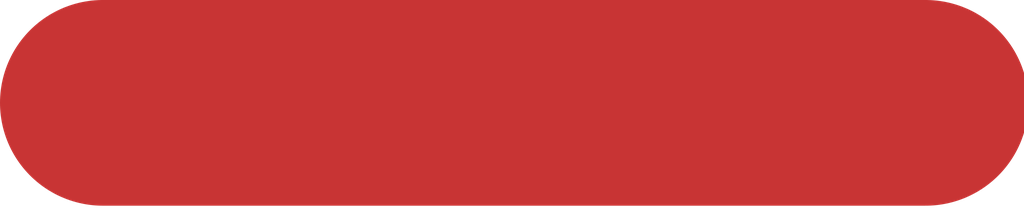
<source format=kicad_pcb>


(kicad_pcb
  (version 20240108)
  (generator "ergogen")
  (generator_version "4.2.0")
  (general
    (thickness 1.6)
    (legacy_teardrops no)
  )
  (paper "A3")
  (title_block
    (title "pcb")
    (date "2025-10-15")
    (rev "v9.9")
    (company "Ergogen Tests")
  )

  (layers
    (0 "F.Cu" signal)
    (31 "B.Cu" signal)
    (32 "B.Adhes" user "B.Adhesive")
    (33 "F.Adhes" user "F.Adhesive")
    (34 "B.Paste" user)
    (35 "F.Paste" user)
    (36 "B.SilkS" user "B.Silkscreen")
    (37 "F.SilkS" user "F.Silkscreen")
    (38 "B.Mask" user)
    (39 "F.Mask" user)
    (40 "Dwgs.User" user "User.Drawings")
    (41 "Cmts.User" user "User.Comments")
    (42 "Eco1.User" user "User.Eco1")
    (43 "Eco2.User" user "User.Eco2")
    (44 "Edge.Cuts" user)
    (45 "Margin" user)
    (46 "B.CrtYd" user "B.Courtyard")
    (47 "F.CrtYd" user "F.Courtyard")
    (48 "B.Fab" user)
    (49 "F.Fab" user)
  )

  (setup
    (pad_to_mask_clearance 0.05)
    (allow_soldermask_bridges_in_footprints no)
    (pcbplotparams
      (layerselection 0x00010fc_ffffffff)
      (plot_on_all_layers_selection 0x0000000_00000000)
      (disableapertmacros no)
      (usegerberextensions no)
      (usegerberattributes yes)
      (usegerberadvancedattributes yes)
      (creategerberjobfile yes)
      (dashed_line_dash_ratio 12.000000)
      (dashed_line_gap_ratio 3.000000)
      (svgprecision 4)
      (plotframeref no)
      (viasonmask no)
      (mode 1)
      (useauxorigin no)
      (hpglpennumber 1)
      (hpglpenspeed 20)
      (hpglpendiameter 15.000000)
      (pdf_front_fp_property_popups yes)
      (pdf_back_fp_property_popups yes)
      (dxfpolygonmode yes)
      (dxfimperialunits yes)
      (dxfusepcbnewfont yes)
      (psnegative no)
      (psa4output no)
      (plotreference yes)
      (plotvalue yes)
      (plotfptext yes)
      (plotinvisibletext no)
      (sketchpadsonfab no)
      (subtractmaskfromsilk no)
      (outputformat 1)
      (mirror no)
      (drillshape 1)
      (scaleselection 1)
      (outputdirectory "")
    )
  )

  (net 0 "")
(net 1 "GND")
(net 2 "VCC")

  
(segment (start 0 0) (end 1 0) (width 0.25) (layer "F.Cu") (net 2))
        

)
</source>
